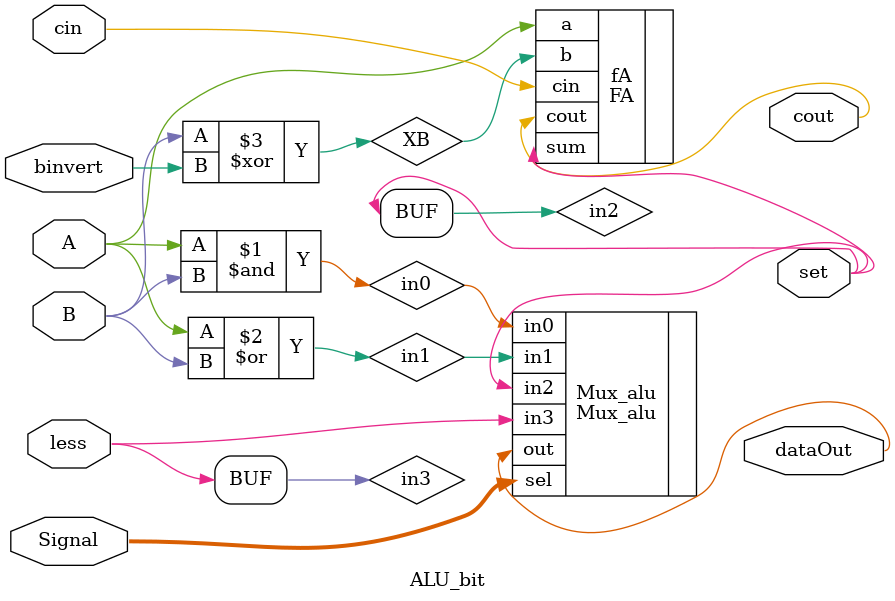
<source format=v>
`timescale 1ns/1ns
module ALU_bit(A, B, cin, binvert, less, Signal, dataOut, set, cout);

  input A, B, cin, binvert, less;
	input [3:0]Signal;
  output dataOut, set, cout;
	wire in0, in1, in2, in3, XB;
	and(in0, A, B); // And
	or(in1, A, B); // or
	
	xor(XB, B, binvert);
	FA fA(.a(A), .b(XB), .cin(cin), .sum(set), .cout(cout)); // ADD SUB
	assign in2 = set;
	assign in3 = less; // less
	
	Mux_alu Mux_alu(.in0(in0), .in1(in1), .in2(in2), .in3(in3), .sel(Signal), .out(dataOut));
	
endmodule



</source>
